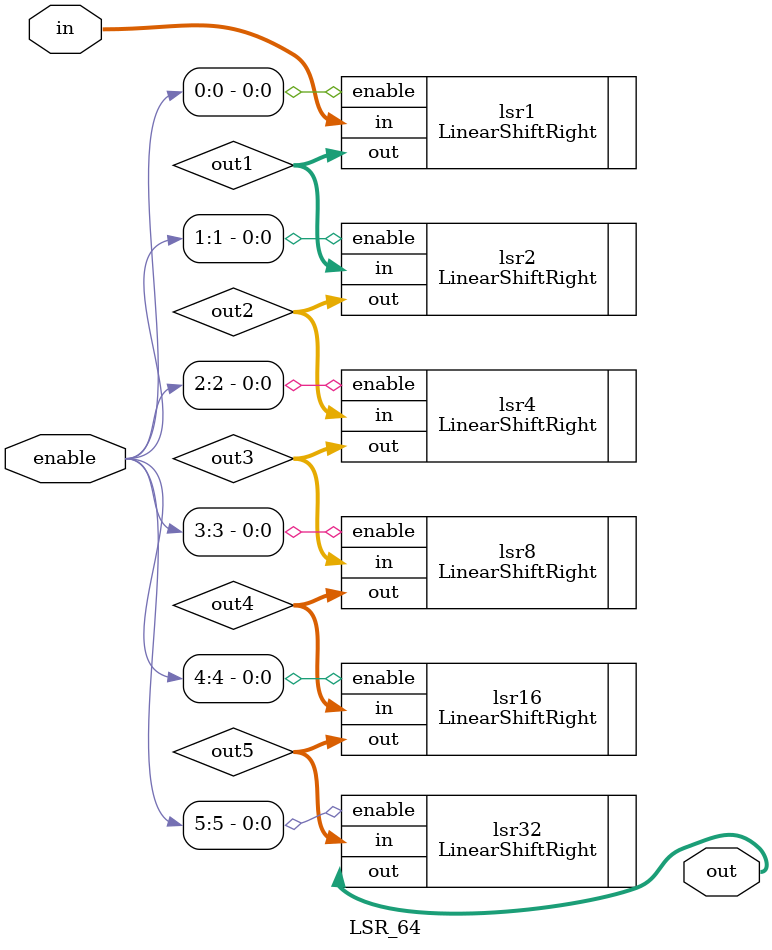
<source format=sv>
module LSR_64 (in, enable, out);
	input logic [63:0] in;
	input logic [5:0] enable;
	output logic [63:0] out;
	
	logic [63:0] out1, out2, out3, out4, out5;
	
	//this was gone over in class
	//this combo of shift values lets us make any shift we want up to 63.
	LinearShiftRight #(.SHIFT(1)) lsr1   (.in(in), .enable(enable[0]), .out(out1));
	LinearShiftRight #(.SHIFT(2)) lsr2   (.in(out1), .enable(enable[1]), .out(out2));
	LinearShiftRight #(.SHIFT(4)) lsr4   (.in(out2), .enable(enable[2]), .out(out3));
	LinearShiftRight #(.SHIFT(8)) lsr8   (.in(out3), .enable(enable[3]), .out(out4));
	LinearShiftRight #(.SHIFT(16)) lsr16   (.in(out4), .enable(enable[4]), .out(out5));
	LinearShiftRight #(.SHIFT(32)) lsr32   (.in(out5), .enable(enable[5]), .out(out));
	
	
	
endmodule
</source>
